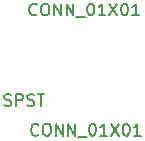
<source format=gbr>
G04 #@! TF.FileFunction,Other,Fab,Top*
%FSLAX46Y46*%
G04 Gerber Fmt 4.6, Leading zero omitted, Abs format (unit mm)*
G04 Created by KiCad (PCBNEW 4.0.2+dfsg1-stable) date mar 18 dic 2018 10:10:51 CET*
%MOMM*%
G01*
G04 APERTURE LIST*
%ADD10C,0.100000*%
%ADD11C,0.150000*%
G04 APERTURE END LIST*
D10*
D11*
X125567963Y-105415982D02*
X125710820Y-105463601D01*
X125948916Y-105463601D01*
X126044154Y-105415982D01*
X126091773Y-105368363D01*
X126139392Y-105273125D01*
X126139392Y-105177887D01*
X126091773Y-105082649D01*
X126044154Y-105035030D01*
X125948916Y-104987410D01*
X125758439Y-104939791D01*
X125663201Y-104892172D01*
X125615582Y-104844553D01*
X125567963Y-104749315D01*
X125567963Y-104654077D01*
X125615582Y-104558839D01*
X125663201Y-104511220D01*
X125758439Y-104463601D01*
X125996535Y-104463601D01*
X126139392Y-104511220D01*
X126567963Y-105463601D02*
X126567963Y-104463601D01*
X126948916Y-104463601D01*
X127044154Y-104511220D01*
X127091773Y-104558839D01*
X127139392Y-104654077D01*
X127139392Y-104796934D01*
X127091773Y-104892172D01*
X127044154Y-104939791D01*
X126948916Y-104987410D01*
X126567963Y-104987410D01*
X127520344Y-105415982D02*
X127663201Y-105463601D01*
X127901297Y-105463601D01*
X127996535Y-105415982D01*
X128044154Y-105368363D01*
X128091773Y-105273125D01*
X128091773Y-105177887D01*
X128044154Y-105082649D01*
X127996535Y-105035030D01*
X127901297Y-104987410D01*
X127710820Y-104939791D01*
X127615582Y-104892172D01*
X127567963Y-104844553D01*
X127520344Y-104749315D01*
X127520344Y-104654077D01*
X127567963Y-104558839D01*
X127615582Y-104511220D01*
X127710820Y-104463601D01*
X127948916Y-104463601D01*
X128091773Y-104511220D01*
X128377487Y-104463601D02*
X128948916Y-104463601D01*
X128663201Y-105463601D02*
X128663201Y-104463601D01*
X128452431Y-107882963D02*
X128404812Y-107930582D01*
X128261955Y-107978201D01*
X128166717Y-107978201D01*
X128023859Y-107930582D01*
X127928621Y-107835344D01*
X127881002Y-107740106D01*
X127833383Y-107549630D01*
X127833383Y-107406772D01*
X127881002Y-107216296D01*
X127928621Y-107121058D01*
X128023859Y-107025820D01*
X128166717Y-106978201D01*
X128261955Y-106978201D01*
X128404812Y-107025820D01*
X128452431Y-107073439D01*
X129071478Y-106978201D02*
X129261955Y-106978201D01*
X129357193Y-107025820D01*
X129452431Y-107121058D01*
X129500050Y-107311534D01*
X129500050Y-107644868D01*
X129452431Y-107835344D01*
X129357193Y-107930582D01*
X129261955Y-107978201D01*
X129071478Y-107978201D01*
X128976240Y-107930582D01*
X128881002Y-107835344D01*
X128833383Y-107644868D01*
X128833383Y-107311534D01*
X128881002Y-107121058D01*
X128976240Y-107025820D01*
X129071478Y-106978201D01*
X129928621Y-107978201D02*
X129928621Y-106978201D01*
X130500050Y-107978201D01*
X130500050Y-106978201D01*
X130976240Y-107978201D02*
X130976240Y-106978201D01*
X131547669Y-107978201D01*
X131547669Y-106978201D01*
X131785764Y-108073439D02*
X132547669Y-108073439D01*
X132976240Y-106978201D02*
X133071479Y-106978201D01*
X133166717Y-107025820D01*
X133214336Y-107073439D01*
X133261955Y-107168677D01*
X133309574Y-107359153D01*
X133309574Y-107597249D01*
X133261955Y-107787725D01*
X133214336Y-107882963D01*
X133166717Y-107930582D01*
X133071479Y-107978201D01*
X132976240Y-107978201D01*
X132881002Y-107930582D01*
X132833383Y-107882963D01*
X132785764Y-107787725D01*
X132738145Y-107597249D01*
X132738145Y-107359153D01*
X132785764Y-107168677D01*
X132833383Y-107073439D01*
X132881002Y-107025820D01*
X132976240Y-106978201D01*
X134261955Y-107978201D02*
X133690526Y-107978201D01*
X133976240Y-107978201D02*
X133976240Y-106978201D01*
X133881002Y-107121058D01*
X133785764Y-107216296D01*
X133690526Y-107263915D01*
X134595288Y-106978201D02*
X135261955Y-107978201D01*
X135261955Y-106978201D02*
X134595288Y-107978201D01*
X135833383Y-106978201D02*
X135928622Y-106978201D01*
X136023860Y-107025820D01*
X136071479Y-107073439D01*
X136119098Y-107168677D01*
X136166717Y-107359153D01*
X136166717Y-107597249D01*
X136119098Y-107787725D01*
X136071479Y-107882963D01*
X136023860Y-107930582D01*
X135928622Y-107978201D01*
X135833383Y-107978201D01*
X135738145Y-107930582D01*
X135690526Y-107882963D01*
X135642907Y-107787725D01*
X135595288Y-107597249D01*
X135595288Y-107359153D01*
X135642907Y-107168677D01*
X135690526Y-107073439D01*
X135738145Y-107025820D01*
X135833383Y-106978201D01*
X137119098Y-107978201D02*
X136547669Y-107978201D01*
X136833383Y-107978201D02*
X136833383Y-106978201D01*
X136738145Y-107121058D01*
X136642907Y-107216296D01*
X136547669Y-107263915D01*
X128312731Y-97710263D02*
X128265112Y-97757882D01*
X128122255Y-97805501D01*
X128027017Y-97805501D01*
X127884159Y-97757882D01*
X127788921Y-97662644D01*
X127741302Y-97567406D01*
X127693683Y-97376930D01*
X127693683Y-97234072D01*
X127741302Y-97043596D01*
X127788921Y-96948358D01*
X127884159Y-96853120D01*
X128027017Y-96805501D01*
X128122255Y-96805501D01*
X128265112Y-96853120D01*
X128312731Y-96900739D01*
X128931778Y-96805501D02*
X129122255Y-96805501D01*
X129217493Y-96853120D01*
X129312731Y-96948358D01*
X129360350Y-97138834D01*
X129360350Y-97472168D01*
X129312731Y-97662644D01*
X129217493Y-97757882D01*
X129122255Y-97805501D01*
X128931778Y-97805501D01*
X128836540Y-97757882D01*
X128741302Y-97662644D01*
X128693683Y-97472168D01*
X128693683Y-97138834D01*
X128741302Y-96948358D01*
X128836540Y-96853120D01*
X128931778Y-96805501D01*
X129788921Y-97805501D02*
X129788921Y-96805501D01*
X130360350Y-97805501D01*
X130360350Y-96805501D01*
X130836540Y-97805501D02*
X130836540Y-96805501D01*
X131407969Y-97805501D01*
X131407969Y-96805501D01*
X131646064Y-97900739D02*
X132407969Y-97900739D01*
X132836540Y-96805501D02*
X132931779Y-96805501D01*
X133027017Y-96853120D01*
X133074636Y-96900739D01*
X133122255Y-96995977D01*
X133169874Y-97186453D01*
X133169874Y-97424549D01*
X133122255Y-97615025D01*
X133074636Y-97710263D01*
X133027017Y-97757882D01*
X132931779Y-97805501D01*
X132836540Y-97805501D01*
X132741302Y-97757882D01*
X132693683Y-97710263D01*
X132646064Y-97615025D01*
X132598445Y-97424549D01*
X132598445Y-97186453D01*
X132646064Y-96995977D01*
X132693683Y-96900739D01*
X132741302Y-96853120D01*
X132836540Y-96805501D01*
X134122255Y-97805501D02*
X133550826Y-97805501D01*
X133836540Y-97805501D02*
X133836540Y-96805501D01*
X133741302Y-96948358D01*
X133646064Y-97043596D01*
X133550826Y-97091215D01*
X134455588Y-96805501D02*
X135122255Y-97805501D01*
X135122255Y-96805501D02*
X134455588Y-97805501D01*
X135693683Y-96805501D02*
X135788922Y-96805501D01*
X135884160Y-96853120D01*
X135931779Y-96900739D01*
X135979398Y-96995977D01*
X136027017Y-97186453D01*
X136027017Y-97424549D01*
X135979398Y-97615025D01*
X135931779Y-97710263D01*
X135884160Y-97757882D01*
X135788922Y-97805501D01*
X135693683Y-97805501D01*
X135598445Y-97757882D01*
X135550826Y-97710263D01*
X135503207Y-97615025D01*
X135455588Y-97424549D01*
X135455588Y-97186453D01*
X135503207Y-96995977D01*
X135550826Y-96900739D01*
X135598445Y-96853120D01*
X135693683Y-96805501D01*
X136979398Y-97805501D02*
X136407969Y-97805501D01*
X136693683Y-97805501D02*
X136693683Y-96805501D01*
X136598445Y-96948358D01*
X136503207Y-97043596D01*
X136407969Y-97091215D01*
M02*

</source>
